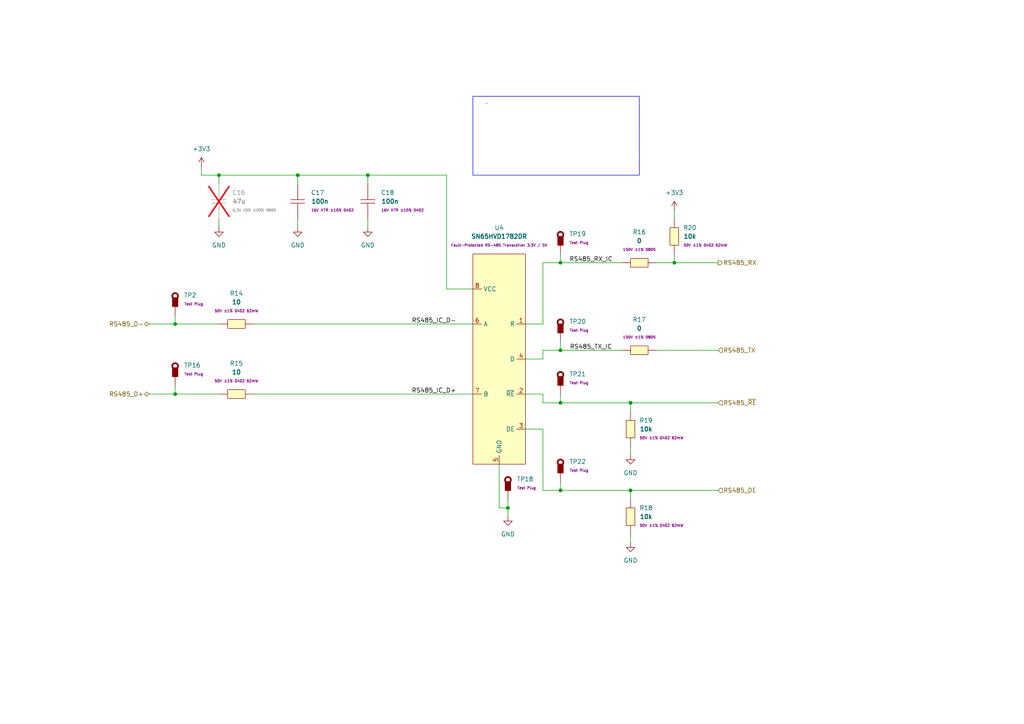
<source format=kicad_sch>
(kicad_sch (version 20231120) (generator "eeschema") (generator_version "8.0")
  (paper "A4")
  (lib_symbols
    (symbol "LiveAstra:C_100nF_X7R_0402" (pin_numbers hide) (pin_names hide)
      (property "Reference" "C" (at 0 8.89 0))
      (property "Value" "100n" (at 0 6.35 0))
      (property "Extra Values" "16V X7R ±10% 0402" (at 0 3.81 0))
      (symbol "C_100nF_X7R_0402_0_1"
        (polyline (pts (xy -2.54 0) (xy -0.51 0)))
        (polyline (pts (xy -0.51 2.03) (xy -0.51 -2.03)))
        (polyline (pts (xy 0.51 0) (xy 2.54 0)))
        (polyline (pts (xy 0.51 2.03) (xy 0.51 -2.03)))
      )
      (symbol "C_100nF_X7R_0402_1_1"
        (pin passive line (at -5.08 0 0) (length 2.54) (name "1") (number "1"))
        (pin passive line (at 5.08 0 180) (length 2.54) (name "2") (number "2"))
      )
    )
    (symbol "LiveAstra:C_47u_X5R_0805" (pin_numbers hide) (pin_names hide)
      (property "Reference" "C" (at 0 8.89 0))
      (property "Value" "47u" (at 0 6.35 0))
      (property "Extra Values" "6.3V X5R ±20% 0805" (at 0 3.81 0))
      (symbol "C_47u_X5R_0805_0_1"
        (polyline (pts (xy -2.54 0) (xy -0.51 0)))
        (polyline (pts (xy -0.51 2.03) (xy -0.51 -2.03)))
        (polyline (pts (xy 0.51 0) (xy 2.54 0)))
        (polyline (pts (xy 0.51 2.03) (xy 0.51 -2.03)))
      )
      (symbol "C_47u_X5R_0805_1_1"
        (pin passive line (at -5.08 0 0) (length 2.54) (name "1") (number "1"))
        (pin passive line (at 5.08 0 180) (length 2.54) (name "2") (number "2"))
      )
    )
    (symbol "LiveAstra:R_0Ohm_0805_125mW" (pin_numbers hide) (pin_names hide)
      (property "Reference" "R" (at 0 7.62 0))
      (property "Value" "0" (at 0 5.08 0))
      (property "Extra Values" "150V ±1% 0805" (at 0 2.54 0))
      (symbol "R_0Ohm_0805_125mW_0_1"
        (rectangle (start -2.54 1.27) (end 2.54 -1.27) (fill (type background)))
      )
      (symbol "R_0Ohm_0805_125mW_1_1"
        (pin passive line (at -5.08 0 0) (length 2.54) (name "1") (number "1"))
        (pin passive line (at 5.08 0 180) (length 2.54) (name "2") (number "2"))
      )
    )
    (symbol "LiveAstra:R_10Ohm_0402_62mW" (pin_numbers hide) (pin_names hide)
      (property "Reference" "R" (at 0 7.62 0))
      (property "Value" "10" (at 0 5.08 0))
      (property "Extra Values" "50V ±1% 0402 62mW" (at 0 2.54 0))
      (symbol "R_10Ohm_0402_62mW_0_1"
        (rectangle (start -2.54 1.27) (end 2.54 -1.27) (fill (type background)))
      )
      (symbol "R_10Ohm_0402_62mW_1_1"
        (pin passive line (at -5.08 0 0) (length 2.54) (name "1") (number "1"))
        (pin passive line (at 5.08 0 180) (length 2.54) (name "2") (number "2"))
      )
    )
    (symbol "LiveAstra:R_10kOhm_0402_62mW" (pin_numbers hide) (pin_names hide)
      (property "Reference" "R" (at 0 7.62 0))
      (property "Value" "10k" (at 0 5.08 0))
      (property "Extra Values" "50V ±1% 0402 62mW" (at 0 2.54 0))
      (symbol "R_10kOhm_0402_62mW_0_1"
        (rectangle (start -2.54 1.27) (end 2.54 -1.27) (fill (type background)))
      )
      (symbol "R_10kOhm_0402_62mW_1_1"
        (pin passive line (at -5.08 0 0) (length 2.54) (name "1") (number "1"))
        (pin passive line (at 5.08 0 180) (length 2.54) (name "2") (number "2"))
      )
    )
    (symbol "LiveAstra:TestPoint_Thimble" (pin_numbers hide) (pin_names hide) (in_bom no)
      (property "Reference" "TP" (at 0 9.5043 0))
      (property "Extra Values" "Test Plug" (at 0 7.62 0))
      (symbol "TestPoint_Thimble_1_1"
        (rectangle (start -0.762 5.08) (end 0.762 2.54) (stroke (width 0.254)) (fill (type outline)))
        (arc (start 0.508 4.9323) (mid 0 6.4175) (end -0.508 4.9323) (stroke (width 0.508)))
        (pin passive line (at 0 0 90) (length 2.54) (name "1") (number "1"))
      )
    )
    (symbol "LiveAstra:U_SN65HVD1782DR_RS485_Transiver_Fault_Protected_SOIC8"
      (property "Reference" "U" (at 0 38.1 0))
      (property "Value" "SN65HVD1782DR" (at 0 35.56 0))
      (property "Extra Values" "Fault-Protected RS-485 Transceiver 3.3V / 5V" (at 0 33.02 0))
      (symbol "U_SN65HVD1782DR_RS485_Transiver_Fault_Protected_SOIC8_0_1"
        (rectangle (start -7.62 30.48) (end 7.62 -30.48) (fill (type background)))
      )
      (symbol "U_SN65HVD1782DR_RS485_Transiver_Fault_Protected_SOIC8_1_1"
        (pin output line (at 7.62 10.16 180) (length 2.54) (name "R") (number "1"))
        (pin input line (at 7.62 -10.16 180) (length 2.54) (name "~{RE}") (number "2"))
        (pin input line (at 7.62 -20.32 180) (length 2.54) (name "DE") (number "3"))
        (pin input line (at 7.62 0 180) (length 2.54) (name "D") (number "4"))
        (pin power_in line (at 0 -30.48 90) (length 2.54) (name "GND") (number "5"))
        (pin bidirectional line (at -7.62 10.16 0) (length 2.54) (name "A") (number "6"))
        (pin bidirectional line (at -7.62 -10.16 0) (length 2.54) (name "B") (number "7"))
        (pin power_in line (at -7.62 20.32 0) (length 2.54) (name "VCC") (number "8"))
      )
    )
    (symbol "power:+3V3" (power) (pin_numbers hide) (pin_names (offset 0) hide)
      (property "Value" "+3V3" (at 0 3.556 0))
      (symbol "+3V3_0_1"
        (polyline (pts (xy -0.762 1.27) (xy 0 2.54)))
        (polyline (pts (xy 0 0) (xy 0 2.54)))
        (polyline (pts (xy 0 2.54) (xy 0.762 1.27)))
      )
      (symbol "+3V3_1_1"
        (pin power_in line (at 0 0 90) (length 0) (name "~") (number "1"))
      )
    )
    (symbol "power:GND" (power) (pin_numbers hide) (pin_names (offset 0) hide)
      (property "Value" "GND" (at 0 -3.81 0))
      (symbol "GND_0_1"
        (polyline (pts (xy 0 0) (xy 0 -1.27) (xy 1.27 -1.27) (xy 0 -2.54) (xy -1.27 -1.27) (xy 0 -1.27)))
      )
      (symbol "GND_1_1"
        (pin power_in line (at 0 0 270) (length 0) (name "~") (number "1"))
      )
    )
  )
  (junction (at 182.88 116.84))
  (junction (at 86.36 50.8))
  (junction (at 162.56 76.2))
  (junction (at 63.5 50.8))
  (junction (at 106.68 50.8))
  (junction (at 147.32 147.32))
  (junction (at 50.8 114.3))
  (junction (at 182.88 142.24))
  (junction (at 162.56 116.84))
  (junction (at 162.56 101.6))
  (junction (at 195.58 76.2))
  (junction (at 162.56 142.24))
  (junction (at 50.8 93.98))
  (wire (pts (xy 129.54 50.8) (xy 129.54 83.82)))
  (wire (pts (xy 144.78 147.32) (xy 144.78 134.62)))
  (wire (pts (xy 182.88 142.24) (xy 208.28 142.24)))
  (wire (pts (xy 147.32 149.86) (xy 147.32 147.32)))
  (wire (pts (xy 157.48 116.84) (xy 162.56 116.84)))
  (wire (pts (xy 162.56 99.06) (xy 162.56 101.6)))
  (wire (pts (xy 144.78 147.32) (xy 147.32 147.32)))
  (wire (pts (xy 106.68 50.8) (xy 129.54 50.8)))
  (wire (pts (xy 157.48 116.84) (xy 157.48 114.3)))
  (wire (pts (xy 50.8 114.3) (xy 63.5 114.3)))
  (wire (pts (xy 73.66 93.98) (xy 137.16 93.98)))
  (wire (pts (xy 162.56 101.6) (xy 180.34 101.6)))
  (wire (pts (xy 195.58 60.96) (xy 195.58 63.5)))
  (wire (pts (xy 152.4 93.98) (xy 157.48 93.98)))
  (wire (pts (xy 157.48 124.46) (xy 157.48 142.24)))
  (wire (pts (xy 195.58 76.2) (xy 208.28 76.2)))
  (wire (pts (xy 182.88 116.84) (xy 208.28 116.84)))
  (wire (pts (xy 50.8 111.76) (xy 50.8 114.3)))
  (wire (pts (xy 63.5 66.04) (xy 63.5 63.5)))
  (wire (pts (xy 162.56 139.7) (xy 162.56 142.24)))
  (wire (pts (xy 157.48 142.24) (xy 162.56 142.24)))
  (polyline (pts (xy 141.2767 29.94) (xy 141.2767 29.94)) (stroke (width -0.0001) (type solid)))
  (polyline (pts (xy 141.2767 29.94) (xy 141.2767 29.94)) (stroke (width -0.0001) (type solid)))
  (wire (pts (xy 129.54 83.82) (xy 137.16 83.82)))
  (wire (pts (xy 157.48 101.6) (xy 157.48 104.14)))
  (wire (pts (xy 86.36 63.5) (xy 86.36 66.04)))
  (wire (pts (xy 86.36 53.34) (xy 86.36 50.8)))
  (wire (pts (xy 162.56 73.66) (xy 162.56 76.2)))
  (wire (pts (xy 43.18 114.3) (xy 50.8 114.3)))
  (wire (pts (xy 162.56 116.84) (xy 182.88 116.84)))
  (wire (pts (xy 162.56 76.2) (xy 180.34 76.2)))
  (wire (pts (xy 190.5 76.2) (xy 195.58 76.2)))
  (wire (pts (xy 162.56 142.24) (xy 182.88 142.24)))
  (wire (pts (xy 208.28 101.6) (xy 190.5 101.6)))
  (wire (pts (xy 147.32 147.32) (xy 147.32 144.78)))
  (wire (pts (xy 106.68 53.34) (xy 106.68 50.8)))
  (wire (pts (xy 182.88 129.54) (xy 182.88 132.08)))
  (wire (pts (xy 162.56 114.3) (xy 162.56 116.84)))
  (wire (pts (xy 58.42 50.8) (xy 58.42 48.26)))
  (wire (pts (xy 106.68 66.04) (xy 106.68 63.5)))
  (wire (pts (xy 58.42 50.8) (xy 63.5 50.8)))
  (wire (pts (xy 157.48 76.2) (xy 162.56 76.2)))
  (polyline (pts (xy 141.0267 29.94) (xy 141.0267 29.94)) (stroke (width -0.0001) (type solid)))
  (wire (pts (xy 50.8 91.44) (xy 50.8 93.98)))
  (wire (pts (xy 50.8 93.98) (xy 63.5 93.98)))
  (wire (pts (xy 182.88 157.48) (xy 182.88 154.94)))
  (wire (pts (xy 195.58 73.66) (xy 195.58 76.2)))
  (wire (pts (xy 63.5 50.8) (xy 86.36 50.8)))
  (wire (pts (xy 152.4 124.46) (xy 157.48 124.46)))
  (wire (pts (xy 182.88 142.24) (xy 182.88 144.78)))
  (wire (pts (xy 157.48 76.2) (xy 157.48 93.98)))
  (wire (pts (xy 86.36 50.8) (xy 106.68 50.8)))
  (wire (pts (xy 73.66 114.3) (xy 137.16 114.3)))
  (wire (pts (xy 182.88 119.38) (xy 182.88 116.84)))
  (wire (pts (xy 157.48 101.6) (xy 162.56 101.6)))
  (wire (pts (xy 43.18 93.98) (xy 50.8 93.98)))
  (wire (pts (xy 152.4 104.14) (xy 157.48 104.14)))
  (wire (pts (xy 63.5 53.34) (xy 63.5 50.8)))
  (wire (pts (xy 152.4 114.3) (xy 157.48 114.3)))
  (rectangle (start 137.16 27.94) (end 185.42 50.8))
  (text "Because ESD and EFT transients have a \nwide-frequency bandwidth from approximately \n3 MHz to 3 GHz, high frequency layout \ntechniques must be applied during PCB design.\nFollow layout example carefully." (at 139.91 37.19 0) (effects (font (size 1.5 1.5)) (justify left top)))
  (text "Critical" (at 145.41 33.44 0) (effects (font (size 3 3)) (justify left)))
  (label "RS485_RX_IC" (at 165.1 76.2 0))
  (label "RS485_IC_D+" (at 119.38 114.3 0))
  (label "RS485_TX_IC" (at 165.2386 101.6 0))
  (label "RS485_IC_D-" (at 119.38 93.98 0))
  (hierarchical_label "RS485_DE" (shape input) (at 208.28 142.24 0))
  (hierarchical_label "RS485_D-" (shape bidirectional) (at 43.18 93.98 180))
  (hierarchical_label "RS485_TX" (shape input) (at 208.28 101.6 0))
  (hierarchical_label "RS485_RX" (shape output) (at 208.28 76.2 0))
  (hierarchical_label "RS485_D+" (shape bidirectional) (at 43.18 114.3 180))
  (hierarchical_label "RS485_~{RE}" (shape input) (at 208.28 116.84 0))
  (symbol (lib_id "LiveAstra:R_10Ohm_0402_62mW") (at 68.58 93.98 0) (unit 1)
    (property "Reference" "R14" (at 68.58 85.09 0))
    (property "Value" "10" (at 68.58 87.63 0) (effects (font (bold yes))))
    (property "Footprint" "LiveAstra:R_0402_1005Metric" (effects (hide yes)))
    (property "Datasheet" "https://lcsc.com/product-detail/Chip-Resistor-Surface-Mount-UniOhm_10R-10R0-1_C25077.html" (effects (hide yes)))
    (property "Description" "Thick Film Resistor" (effects (hide yes)))
    (property "LCSC Part" "C25077" (effects (hide yes)))
    (property "Extra Values" "50V ±1% 0402 62mW" (at 68.58 90.17 0) (effects (font (size 0.762 0.762) (bold yes))))
  )
  (symbol (lib_id "LiveAstra:R_10kOhm_0402_62mW") (at 195.58 68.58 90) (unit 1)
    (property "Reference" "R20" (at 198.12 66.0399 90) (effects (justify right)))
    (property "Value" "10k" (at 198.12 68.58 90) (effects (font (bold yes)) (justify right)))
    (property "Footprint" "LiveAstra:R_0402_1005Metric" (effects (hide yes)))
    (property "Datasheet" "https://wmsc.lcsc.com/wmsc/upload/file/pdf/v2/lcsc/2206010100_UNI-ROYAL-Uniroyal-Elec-0402WGF1002TCE_C25744.pdf" (effects (hide yes)))
    (property "Description" "Thick Film Resistors" (effects (hide yes)))
    (property "LCSC Part" "C25744" (effects (hide yes)))
    (property "Extra Values" "50V ±1% 0402 62mW" (at 198.12 71.1199 90) (effects (font (size 0.762 0.762) (bold yes)) (justify right)))
  )
  (symbol (lib_id "LiveAstra:R_10Ohm_0402_62mW") (at 68.58 114.3 0) (unit 1)
    (property "Reference" "R15" (at 68.58 105.41 0))
    (property "Value" "10" (at 68.58 107.95 0) (effects (font (bold yes))))
    (property "Footprint" "LiveAstra:R_0402_1005Metric" (effects (hide yes)))
    (property "Datasheet" "https://lcsc.com/product-detail/Chip-Resistor-Surface-Mount-UniOhm_10R-10R0-1_C25077.html" (effects (hide yes)))
    (property "Description" "Thick Film Resistor" (effects (hide yes)))
    (property "LCSC Part" "C25077" (effects (hide yes)))
    (property "Extra Values" "50V ±1% 0402 62mW" (at 68.58 110.49 0) (effects (font (size 0.762 0.762) (bold yes))))
  )
  (symbol (lib_id "power:GND") (at 182.88 132.08 0) (unit 1)
    (property "Reference" "#PWR048" (effects (hide yes)))
    (property "Value" "GND" (at 182.88 137.16 0))
    (property "Description" "Power symbol creates a global label with name \"GND\" , ground" (effects (hide yes)))
  )
  (symbol (lib_id "LiveAstra:R_0Ohm_0805_125mW") (at 185.42 101.6 0) (unit 1)
    (property "Reference" "R17" (at 185.42 92.71 0))
    (property "Value" "0" (at 185.42 95.25 0) (effects (font (bold yes))))
    (property "Footprint" "LiveAstra:R_0805_2012Metric_Pad1.20x1.40mm_HandSolder" (effects (hide yes)))
    (property "Datasheet" "https://lcsc.com/product-detail/Chip-Resistor-Surface-Mount-UniOhm_0R-0R0-1_C17477.html" (effects (hide yes)))
    (property "Description" "Thick Film Resistors" (effects (hide yes)))
    (property "LCSC Part" "C17477" (effects (hide yes)))
    (property "Extra Values" "150V ±1% 0805" (at 185.42 97.79 0) (effects (font (size 0.762 0.762) (bold yes))))
  )
  (symbol (lib_id "LiveAstra:TestPoint_Thimble") (at 147.32 144.78 0) (unit 1) (in_bom no)
    (property "Reference" "TP18" (at 149.86 138.9676 0) (effects (justify left)))
    (property "Value" "TestPoint_Thimble" (effects (hide yes)))
    (property "Footprint" "LiveAstra:TestPoint_Loop_D3.50mm_Drill0.9mm_Beaded" (effects (hide yes)))
    (property "LCSC Part" "C5277086" (effects (hide yes)))
    (property "Extra Values" "Test Plug" (at 149.86 141.5076 0) (effects (font (size 0.762 0.762) (bold yes)) (justify left)))
  )
  (symbol (lib_id "power:GND") (at 86.36 66.04 0) (unit 1)
    (property "Reference" "#PWR044" (effects (hide yes)))
    (property "Value" "GND" (at 86.36 71.12 0))
    (property "Description" "Power symbol creates a global label with name \"GND\" , ground" (effects (hide yes)))
  )
  (symbol (lib_id "power:+3V3") (at 195.58 60.96 0) (unit 1)
    (property "Reference" "#PWR049" (effects (hide yes)))
    (property "Value" "+3V3" (at 195.58 55.88 0))
    (property "Description" "Power symbol creates a global label with name \"+3V3\"" (effects (hide yes)))
  )
  (symbol (lib_id "LiveAstra:TestPoint_Thimble") (at 50.8 111.76 0) (unit 1) (in_bom no)
    (property "Reference" "TP16" (at 53.34 105.9476 0) (effects (justify left)))
    (property "Value" "TestPoint_Thimble" (effects (hide yes)))
    (property "Footprint" "LiveAstra:TestPoint_Loop_D3.50mm_Drill0.9mm_Beaded" (effects (hide yes)))
    (property "LCSC Part" "C5277086" (effects (hide yes)))
    (property "Extra Values" "Test Plug" (at 53.34 108.4876 0) (effects (font (size 0.762 0.762) (bold yes)) (justify left)))
  )
  (symbol (lib_id "LiveAstra:R_10kOhm_0402_62mW") (at 182.88 149.86 90) (unit 1)
    (property "Reference" "R18" (at 185.42 147.3199 90) (effects (justify right)))
    (property "Value" "10k" (at 185.42 149.86 90) (effects (font (bold yes)) (justify right)))
    (property "Footprint" "LiveAstra:R_0402_1005Metric" (effects (hide yes)))
    (property "Datasheet" "https://wmsc.lcsc.com/wmsc/upload/file/pdf/v2/lcsc/2206010100_UNI-ROYAL-Uniroyal-Elec-0402WGF1002TCE_C25744.pdf" (effects (hide yes)))
    (property "Description" "Thick Film Resistors" (effects (hide yes)))
    (property "LCSC Part" "C25744" (effects (hide yes)))
    (property "Extra Values" "50V ±1% 0402 62mW" (at 185.42 152.3999 90) (effects (font (size 0.762 0.762) (bold yes)) (justify right)))
  )
  (symbol (lib_id "power:GND") (at 147.32 149.86 0) (unit 1)
    (property "Reference" "#PWR046" (effects (hide yes)))
    (property "Value" "GND" (at 147.32 154.94 0))
    (property "Description" "Power symbol creates a global label with name \"GND\" , ground" (effects (hide yes)))
  )
  (symbol (lib_id "LiveAstra:R_10kOhm_0402_62mW") (at 182.88 124.46 90) (unit 1)
    (property "Reference" "R19" (at 185.42 121.9199 90) (effects (justify right)))
    (property "Value" "10k" (at 185.42 124.46 90) (effects (font (bold yes)) (justify right)))
    (property "Footprint" "LiveAstra:R_0402_1005Metric" (effects (hide yes)))
    (property "Datasheet" "https://wmsc.lcsc.com/wmsc/upload/file/pdf/v2/lcsc/2206010100_UNI-ROYAL-Uniroyal-Elec-0402WGF1002TCE_C25744.pdf" (effects (hide yes)))
    (property "Description" "Thick Film Resistors" (effects (hide yes)))
    (property "LCSC Part" "C25744" (effects (hide yes)))
    (property "Extra Values" "50V ±1% 0402 62mW" (at 185.42 126.9999 90) (effects (font (size 0.762 0.762) (bold yes)) (justify right)))
  )
  (symbol (lib_id "power:GND") (at 106.68 66.04 0) (unit 1)
    (property "Reference" "#PWR045" (effects (hide yes)))
    (property "Value" "GND" (at 106.68 71.12 0))
    (property "Description" "Power symbol creates a global label with name \"GND\" , ground" (effects (hide yes)))
  )
  (symbol (lib_id "power:GND") (at 63.5 66.04 0) (unit 1)
    (property "Reference" "#PWR043" (effects (hide yes)))
    (property "Value" "GND" (at 63.5 71.12 0))
    (property "Description" "Power symbol creates a global label with name \"GND\" , ground" (effects (hide yes)))
  )
  (symbol (lib_id "LiveAstra:TestPoint_Thimble") (at 162.56 114.3 0) (unit 1) (in_bom no)
    (property "Reference" "TP21" (at 165.1 108.4876 0) (effects (justify left)))
    (property "Value" "TestPoint_Thimble" (effects (hide yes)))
    (property "Footprint" "LiveAstra:TestPoint_Loop_D3.50mm_Drill0.9mm_Beaded" (effects (hide yes)))
    (property "LCSC Part" "C5277086" (effects (hide yes)))
    (property "Extra Values" "Test Plug" (at 165.1 111.0276 0) (effects (font (size 0.762 0.762) (bold yes)) (justify left)))
  )
  (symbol (lib_id "LiveAstra:C_100nF_X7R_0402") (at 106.68 58.42 90) (unit 1)
    (property "Reference" "C18" (at 110.49 55.8799 90) (effects (justify right)))
    (property "Value" "100n" (at 110.49 58.42 90) (effects (font (bold yes)) (justify right)))
    (property "Footprint" "LiveAstra:C_0402_1005Metric" (effects (hide yes)))
    (property "Datasheet" "https://wmsc.lcsc.com/wmsc/upload/file/pdf/v2/lcsc/2304140030_Samsung-Electro-Mechanics-CL05B104KO5NNNC_C1525.pdf" (effects (hide yes)))
    (property "Description" "Multilayer Ceramic Capacitor" (effects (hide yes)))
    (property "LCSC Part" "C1525" (effects (hide yes)))
    (property "Extra Values" "16V X7R ±10% 0402" (at 110.49 60.9599 90) (effects (font (size 0.762 0.762) (bold yes)) (justify right)))
  )
  (symbol (lib_id "LiveAstra:U_SN65HVD1782DR_RS485_Transiver_Fault_Protected_SOIC8") (at 144.78 104.14 0) (unit 1)
    (property "Reference" "U4" (at 144.78 66.04 0))
    (property "Value" "SN65HVD1782DR" (at 144.78 68.58 0) (effects (font (bold yes))))
    (property "Footprint" "LiveAstra:RS_485_SN65HVD1782DR" (effects (hide yes)))
    (property "Datasheet" "https://lcsc.com/product-detail/RS-485-RS-422_TI_SN65HVD1782DR_SN65HVD1782DR_C183092.html" (effects (hide yes)))
    (property "Description" "SN65HVD178x Fault-Protected RS-485 Transceivers With 3.3-V to 5-V Operation" (effects (hide yes)))
    (property "LCSC Part" "C183092" (effects (hide yes)))
    (property "Extra Values" "Fault-Protected RS-485 Transceiver 3.3V / 5V" (at 144.78 71.12 0) (effects (font (size 0.762 0.762) (bold yes))))
  )
  (symbol (lib_id "LiveAstra:R_0Ohm_0805_125mW") (at 185.42 76.2 0) (unit 1)
    (property "Reference" "R16" (at 185.42 67.31 0))
    (property "Value" "0" (at 185.42 69.85 0) (effects (font (bold yes))))
    (property "Footprint" "LiveAstra:R_0805_2012Metric_Pad1.20x1.40mm_HandSolder" (effects (hide yes)))
    (property "Datasheet" "https://lcsc.com/product-detail/Chip-Resistor-Surface-Mount-UniOhm_0R-0R0-1_C17477.html" (effects (hide yes)))
    (property "Description" "Thick Film Resistors" (effects (hide yes)))
    (property "LCSC Part" "C17477" (effects (hide yes)))
    (property "Extra Values" "150V ±1% 0805" (at 185.42 72.39 0) (effects (font (size 0.762 0.762) (bold yes))))
  )
  (symbol (lib_id "LiveAstra:TestPoint_Thimble") (at 50.8 91.44 0) (unit 1) (in_bom no)
    (property "Reference" "TP2" (at 53.34 85.6276 0) (effects (justify left)))
    (property "Value" "TestPoint_Thimble" (effects (hide yes)))
    (property "Footprint" "LiveAstra:TestPoint_Loop_D3.50mm_Drill0.9mm_Beaded" (effects (hide yes)))
    (property "LCSC Part" "C5277086" (effects (hide yes)))
    (property "Extra Values" "Test Plug" (at 53.34 88.1676 0) (effects (font (size 0.762 0.762) (bold yes)) (justify left)))
  )
  (symbol (lib_id "LiveAstra:C_47u_X5R_0805") (at 63.5 58.42 90) (unit 1) (dnp yes)
    (property "Reference" "C16" (at 67.31 55.8799 90) (effects (justify right)))
    (property "Value" "47u" (at 67.31 58.42 90) (effects (font (bold yes)) (justify right)))
    (property "Footprint" "LiveAstra:C_0805_2012Metric_Pad1.18x1.45mm_HandSolder" (effects (hide yes)))
    (property "Datasheet" "https://lcsc.com/product-detail/Multilayer-Ceramic-Capacitors-MLCC-SMD-SMT_SAMSUNG_CL21A476MQYNNNE_47uF-476-20-6-3V_C16780.html" (effects (hide yes)))
    (property "Description" "Multilayer Ceramic Capacitor" (effects (hide yes)))
    (property "LCSC Part" "C16780" (effects (hide yes)))
    (property "Extra Values" "6.3V X5R ±20% 0805" (at 67.31 60.9599 90) (effects (font (size 0.762 0.762) (bold yes)) (justify right)))
  )
  (symbol (lib_id "LiveAstra:TestPoint_Thimble") (at 162.56 73.66 0) (unit 1) (in_bom no)
    (property "Reference" "TP19" (at 165.1 67.8476 0) (effects (justify left)))
    (property "Value" "TestPoint_Thimble" (effects (hide yes)))
    (property "Footprint" "LiveAstra:TestPoint_Loop_D3.50mm_Drill0.9mm_Beaded" (effects (hide yes)))
    (property "LCSC Part" "C5277086" (effects (hide yes)))
    (property "Extra Values" "Test Plug" (at 165.1 70.3876 0) (effects (font (size 0.762 0.762) (bold yes)) (justify left)))
  )
  (symbol (lib_id "power:+3V3") (at 58.42 48.26 0) (unit 1)
    (property "Reference" "#PWR042" (effects (hide yes)))
    (property "Value" "+3V3" (at 58.42 43.18 0))
    (property "Description" "Power symbol creates a global label with name \"+3V3\"" (effects (hide yes)))
  )
  (symbol (lib_id "power:GND") (at 182.88 157.48 0) (unit 1)
    (property "Reference" "#PWR047" (effects (hide yes)))
    (property "Value" "GND" (at 182.88 162.56 0))
    (property "Description" "Power symbol creates a global label with name \"GND\" , ground" (effects (hide yes)))
  )
  (symbol (lib_id "LiveAstra:TestPoint_Thimble") (at 162.56 99.06 0) (unit 1) (in_bom no)
    (property "Reference" "TP20" (at 165.1 93.2476 0) (effects (justify left)))
    (property "Value" "TestPoint_Thimble" (effects (hide yes)))
    (property "Footprint" "LiveAstra:TestPoint_Loop_D3.50mm_Drill0.9mm_Beaded" (effects (hide yes)))
    (property "LCSC Part" "C5277086" (effects (hide yes)))
    (property "Extra Values" "Test Plug" (at 165.1 95.7876 0) (effects (font (size 0.762 0.762) (bold yes)) (justify left)))
  )
  (symbol (lib_id "LiveAstra:TestPoint_Thimble") (at 162.56 139.7 0) (unit 1) (in_bom no)
    (property "Reference" "TP22" (at 165.1 133.8876 0) (effects (justify left)))
    (property "Value" "TestPoint_Thimble" (effects (hide yes)))
    (property "Footprint" "LiveAstra:TestPoint_Loop_D3.50mm_Drill0.9mm_Beaded" (effects (hide yes)))
    (property "LCSC Part" "C5277086" (effects (hide yes)))
    (property "Extra Values" "Test Plug" (at 165.1 136.4276 0) (effects (font (size 0.762 0.762) (bold yes)) (justify left)))
  )
  (symbol (lib_id "LiveAstra:C_100nF_X7R_0402") (at 86.36 58.42 90) (unit 1)
    (property "Reference" "C17" (at 90.17 55.8799 90) (effects (justify right)))
    (property "Value" "100n" (at 90.17 58.42 90) (effects (font (bold yes)) (justify right)))
    (property "Footprint" "LiveAstra:C_0402_1005Metric" (effects (hide yes)))
    (property "Datasheet" "https://wmsc.lcsc.com/wmsc/upload/file/pdf/v2/lcsc/2304140030_Samsung-Electro-Mechanics-CL05B104KO5NNNC_C1525.pdf" (effects (hide yes)))
    (property "Description" "Multilayer Ceramic Capacitor" (effects (hide yes)))
    (property "LCSC Part" "C1525" (effects (hide yes)))
    (property "Extra Values" "16V X7R ±10% 0402" (at 90.17 60.9599 90) (effects (font (size 0.762 0.762) (bold yes)) (justify right)))
  )
)
</source>
